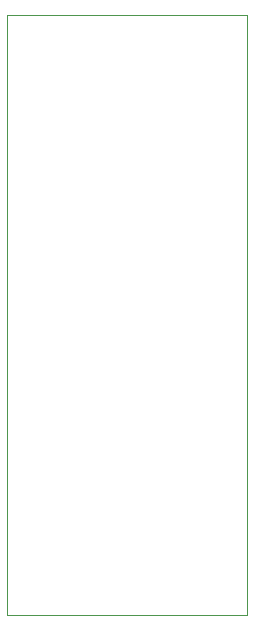
<source format=gbr>
%TF.GenerationSoftware,KiCad,Pcbnew,(6.0.1-0)*%
%TF.CreationDate,2022-02-15T12:12:10-07:00*%
%TF.ProjectId,TMS9118-9128,544d5339-3131-4382-9d39-3132382e6b69,rev?*%
%TF.SameCoordinates,Original*%
%TF.FileFunction,Profile,NP*%
%FSLAX46Y46*%
G04 Gerber Fmt 4.6, Leading zero omitted, Abs format (unit mm)*
G04 Created by KiCad (PCBNEW (6.0.1-0)) date 2022-02-15 12:12:10*
%MOMM*%
%LPD*%
G01*
G04 APERTURE LIST*
%TA.AperFunction,Profile*%
%ADD10C,0.100000*%
%TD*%
G04 APERTURE END LIST*
D10*
X140970000Y-64643000D02*
X140970000Y-115443000D01*
X120650000Y-115443000D02*
X120650000Y-64643000D01*
X120650000Y-64643000D02*
X140970000Y-64643000D01*
X140970000Y-115443000D02*
X120650000Y-115443000D01*
M02*

</source>
